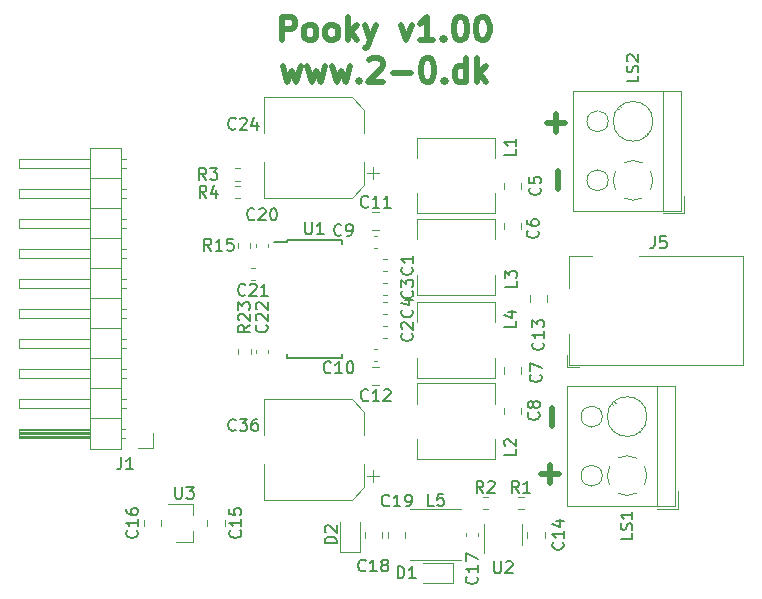
<source format=gbr>
%TF.GenerationSoftware,KiCad,Pcbnew,5.1.9-73d0e3b20d~88~ubuntu20.04.1*%
%TF.CreationDate,2021-06-05T19:46:01+02:00*%
%TF.ProjectId,pooky,706f6f6b-792e-46b6-9963-61645f706362,v1.00*%
%TF.SameCoordinates,Original*%
%TF.FileFunction,Legend,Top*%
%TF.FilePolarity,Positive*%
%FSLAX46Y46*%
G04 Gerber Fmt 4.6, Leading zero omitted, Abs format (unit mm)*
G04 Created by KiCad (PCBNEW 5.1.9-73d0e3b20d~88~ubuntu20.04.1) date 2021-06-05 19:46:01*
%MOMM*%
%LPD*%
G01*
G04 APERTURE LIST*
%ADD10C,0.500000*%
%ADD11C,0.120000*%
%ADD12C,0.150000*%
G04 APERTURE END LIST*
D10*
X189142857Y-110761904D02*
X189142857Y-109238095D01*
X188238095Y-114892857D02*
X189761904Y-114892857D01*
X189000000Y-115654761D02*
X189000000Y-114130952D01*
X188738095Y-85142857D02*
X190261904Y-85142857D01*
X189500000Y-85904761D02*
X189500000Y-84380952D01*
X189642857Y-90761904D02*
X189642857Y-89238095D01*
X166238095Y-78154761D02*
X166238095Y-76154761D01*
X167000000Y-76154761D01*
X167190476Y-76250000D01*
X167285714Y-76345238D01*
X167380952Y-76535714D01*
X167380952Y-76821428D01*
X167285714Y-77011904D01*
X167190476Y-77107142D01*
X167000000Y-77202380D01*
X166238095Y-77202380D01*
X168523809Y-78154761D02*
X168333333Y-78059523D01*
X168238095Y-77964285D01*
X168142857Y-77773809D01*
X168142857Y-77202380D01*
X168238095Y-77011904D01*
X168333333Y-76916666D01*
X168523809Y-76821428D01*
X168809523Y-76821428D01*
X169000000Y-76916666D01*
X169095238Y-77011904D01*
X169190476Y-77202380D01*
X169190476Y-77773809D01*
X169095238Y-77964285D01*
X169000000Y-78059523D01*
X168809523Y-78154761D01*
X168523809Y-78154761D01*
X170333333Y-78154761D02*
X170142857Y-78059523D01*
X170047619Y-77964285D01*
X169952380Y-77773809D01*
X169952380Y-77202380D01*
X170047619Y-77011904D01*
X170142857Y-76916666D01*
X170333333Y-76821428D01*
X170619047Y-76821428D01*
X170809523Y-76916666D01*
X170904761Y-77011904D01*
X171000000Y-77202380D01*
X171000000Y-77773809D01*
X170904761Y-77964285D01*
X170809523Y-78059523D01*
X170619047Y-78154761D01*
X170333333Y-78154761D01*
X171857142Y-78154761D02*
X171857142Y-76154761D01*
X172047619Y-77392857D02*
X172619047Y-78154761D01*
X172619047Y-76821428D02*
X171857142Y-77583333D01*
X173285714Y-76821428D02*
X173761904Y-78154761D01*
X174238095Y-76821428D02*
X173761904Y-78154761D01*
X173571428Y-78630952D01*
X173476190Y-78726190D01*
X173285714Y-78821428D01*
X176333333Y-76821428D02*
X176809523Y-78154761D01*
X177285714Y-76821428D01*
X179095238Y-78154761D02*
X177952380Y-78154761D01*
X178523809Y-78154761D02*
X178523809Y-76154761D01*
X178333333Y-76440476D01*
X178142857Y-76630952D01*
X177952380Y-76726190D01*
X179952380Y-77964285D02*
X180047619Y-78059523D01*
X179952380Y-78154761D01*
X179857142Y-78059523D01*
X179952380Y-77964285D01*
X179952380Y-78154761D01*
X181285714Y-76154761D02*
X181476190Y-76154761D01*
X181666666Y-76250000D01*
X181761904Y-76345238D01*
X181857142Y-76535714D01*
X181952380Y-76916666D01*
X181952380Y-77392857D01*
X181857142Y-77773809D01*
X181761904Y-77964285D01*
X181666666Y-78059523D01*
X181476190Y-78154761D01*
X181285714Y-78154761D01*
X181095238Y-78059523D01*
X181000000Y-77964285D01*
X180904761Y-77773809D01*
X180809523Y-77392857D01*
X180809523Y-76916666D01*
X180904761Y-76535714D01*
X181000000Y-76345238D01*
X181095238Y-76250000D01*
X181285714Y-76154761D01*
X183190476Y-76154761D02*
X183380952Y-76154761D01*
X183571428Y-76250000D01*
X183666666Y-76345238D01*
X183761904Y-76535714D01*
X183857142Y-76916666D01*
X183857142Y-77392857D01*
X183761904Y-77773809D01*
X183666666Y-77964285D01*
X183571428Y-78059523D01*
X183380952Y-78154761D01*
X183190476Y-78154761D01*
X183000000Y-78059523D01*
X182904761Y-77964285D01*
X182809523Y-77773809D01*
X182714285Y-77392857D01*
X182714285Y-76916666D01*
X182809523Y-76535714D01*
X182904761Y-76345238D01*
X183000000Y-76250000D01*
X183190476Y-76154761D01*
X166333333Y-80321428D02*
X166714285Y-81654761D01*
X167095238Y-80702380D01*
X167476190Y-81654761D01*
X167857142Y-80321428D01*
X168428571Y-80321428D02*
X168809523Y-81654761D01*
X169190476Y-80702380D01*
X169571428Y-81654761D01*
X169952380Y-80321428D01*
X170523809Y-80321428D02*
X170904761Y-81654761D01*
X171285714Y-80702380D01*
X171666666Y-81654761D01*
X172047619Y-80321428D01*
X172809523Y-81464285D02*
X172904761Y-81559523D01*
X172809523Y-81654761D01*
X172714285Y-81559523D01*
X172809523Y-81464285D01*
X172809523Y-81654761D01*
X173666666Y-79845238D02*
X173761904Y-79750000D01*
X173952380Y-79654761D01*
X174428571Y-79654761D01*
X174619047Y-79750000D01*
X174714285Y-79845238D01*
X174809523Y-80035714D01*
X174809523Y-80226190D01*
X174714285Y-80511904D01*
X173571428Y-81654761D01*
X174809523Y-81654761D01*
X175666666Y-80892857D02*
X177190476Y-80892857D01*
X178523809Y-79654761D02*
X178714285Y-79654761D01*
X178904761Y-79750000D01*
X179000000Y-79845238D01*
X179095238Y-80035714D01*
X179190476Y-80416666D01*
X179190476Y-80892857D01*
X179095238Y-81273809D01*
X179000000Y-81464285D01*
X178904761Y-81559523D01*
X178714285Y-81654761D01*
X178523809Y-81654761D01*
X178333333Y-81559523D01*
X178238095Y-81464285D01*
X178142857Y-81273809D01*
X178047619Y-80892857D01*
X178047619Y-80416666D01*
X178142857Y-80035714D01*
X178238095Y-79845238D01*
X178333333Y-79750000D01*
X178523809Y-79654761D01*
X180047619Y-81464285D02*
X180142857Y-81559523D01*
X180047619Y-81654761D01*
X179952380Y-81559523D01*
X180047619Y-81464285D01*
X180047619Y-81654761D01*
X181857142Y-81654761D02*
X181857142Y-79654761D01*
X181857142Y-81559523D02*
X181666666Y-81654761D01*
X181285714Y-81654761D01*
X181095238Y-81559523D01*
X181000000Y-81464285D01*
X180904761Y-81273809D01*
X180904761Y-80702380D01*
X181000000Y-80511904D01*
X181095238Y-80416666D01*
X181285714Y-80321428D01*
X181666666Y-80321428D01*
X181857142Y-80416666D01*
X182809523Y-81654761D02*
X182809523Y-79654761D01*
X183000000Y-80892857D02*
X183571428Y-81654761D01*
X183571428Y-80321428D02*
X182809523Y-81083333D01*
D11*
%TO.C,L5*%
X177146000Y-117846000D02*
X181454000Y-117846000D01*
X181454000Y-122154000D02*
X177146000Y-122154000D01*
%TO.C,C1*%
X174859420Y-97710000D02*
X175140580Y-97710000D01*
X174859420Y-96690000D02*
X175140580Y-96690000D01*
%TO.C,C2*%
X174859420Y-103310000D02*
X175140580Y-103310000D01*
X174859420Y-102290000D02*
X175140580Y-102290000D01*
%TO.C,C3*%
X174859420Y-98690000D02*
X175140580Y-98690000D01*
X174859420Y-99710000D02*
X175140580Y-99710000D01*
%TO.C,C4*%
X174859420Y-101310000D02*
X175140580Y-101310000D01*
X174859420Y-100290000D02*
X175140580Y-100290000D01*
%TO.C,C5*%
X186535000Y-90761252D02*
X186535000Y-90238748D01*
X185065000Y-90761252D02*
X185065000Y-90238748D01*
%TO.C,C6*%
X186535000Y-94161252D02*
X186535000Y-93638748D01*
X185065000Y-94161252D02*
X185065000Y-93638748D01*
%TO.C,C7*%
X185065000Y-106361252D02*
X185065000Y-105838748D01*
X186535000Y-106361252D02*
X186535000Y-105838748D01*
%TO.C,C8*%
X185065000Y-109761252D02*
X185065000Y-109238748D01*
X186535000Y-109761252D02*
X186535000Y-109238748D01*
%TO.C,C9*%
X174059420Y-94690000D02*
X174340580Y-94690000D01*
X174059420Y-95710000D02*
X174340580Y-95710000D01*
%TO.C,C10*%
X174059420Y-104290000D02*
X174340580Y-104290000D01*
X174059420Y-105310000D02*
X174340580Y-105310000D01*
%TO.C,C11*%
X173938748Y-92715000D02*
X174461252Y-92715000D01*
X173938748Y-94185000D02*
X174461252Y-94185000D01*
%TO.C,C12*%
X173938748Y-105815000D02*
X174461252Y-105815000D01*
X173938748Y-107285000D02*
X174461252Y-107285000D01*
%TO.C,C13*%
X188735000Y-99738748D02*
X188735000Y-100261252D01*
X187265000Y-99738748D02*
X187265000Y-100261252D01*
%TO.C,C14*%
X188535000Y-120261252D02*
X188535000Y-119738748D01*
X187065000Y-120261252D02*
X187065000Y-119738748D01*
%TO.C,C16*%
X156035000Y-119261252D02*
X156035000Y-118738748D01*
X154565000Y-119261252D02*
X154565000Y-118738748D01*
%TO.C,C17*%
X181890000Y-119859420D02*
X181890000Y-120140580D01*
X182910000Y-119859420D02*
X182910000Y-120140580D01*
%TO.C,C18*%
X173265000Y-119738748D02*
X173265000Y-120261252D01*
X174735000Y-119738748D02*
X174735000Y-120261252D01*
%TO.C,C19*%
X176735000Y-119738748D02*
X176735000Y-120261252D01*
X175265000Y-119738748D02*
X175265000Y-120261252D01*
%TO.C,C20*%
X164070000Y-95359420D02*
X164070000Y-95640580D01*
X165090000Y-95359420D02*
X165090000Y-95640580D01*
%TO.C,C21*%
X163679420Y-97380000D02*
X163960580Y-97380000D01*
X163679420Y-98400000D02*
X163960580Y-98400000D01*
%TO.C,C22*%
X164070000Y-104640580D02*
X164070000Y-104359420D01*
X165090000Y-104640580D02*
X165090000Y-104359420D01*
%TO.C,C24*%
X164740000Y-82940000D02*
X164740000Y-85990000D01*
X164740000Y-91460000D02*
X164740000Y-88410000D01*
X172195563Y-91460000D02*
X164740000Y-91460000D01*
X172195563Y-82940000D02*
X164740000Y-82940000D01*
X173260000Y-84004437D02*
X173260000Y-85990000D01*
X173260000Y-90395563D02*
X173260000Y-88410000D01*
X173260000Y-90395563D02*
X172195563Y-91460000D01*
X173260000Y-84004437D02*
X172195563Y-82940000D01*
X174500000Y-89410000D02*
X173500000Y-89410000D01*
X174000000Y-89910000D02*
X174000000Y-88910000D01*
%TO.C,C36*%
X174000000Y-115510000D02*
X174000000Y-114510000D01*
X174500000Y-115010000D02*
X173500000Y-115010000D01*
X173260000Y-109604437D02*
X172195563Y-108540000D01*
X173260000Y-115995563D02*
X172195563Y-117060000D01*
X173260000Y-115995563D02*
X173260000Y-114010000D01*
X173260000Y-109604437D02*
X173260000Y-111590000D01*
X172195563Y-108540000D02*
X164740000Y-108540000D01*
X172195563Y-117060000D02*
X164740000Y-117060000D01*
X164740000Y-117060000D02*
X164740000Y-114010000D01*
X164740000Y-108540000D02*
X164740000Y-111590000D01*
%TO.C,D1*%
X180800000Y-124100000D02*
X178250000Y-124100000D01*
X180800000Y-122400000D02*
X178250000Y-122400000D01*
X180800000Y-124100000D02*
X180800000Y-122400000D01*
%TO.C,D2*%
X171150000Y-121500000D02*
X172850000Y-121500000D01*
X172850000Y-121500000D02*
X172850000Y-118950000D01*
X171150000Y-121500000D02*
X171150000Y-118950000D01*
%TO.C,L1*%
X184300000Y-86400000D02*
X184300000Y-88100000D01*
X177700000Y-86400000D02*
X184300000Y-86400000D01*
X177700000Y-88100000D02*
X177700000Y-86400000D01*
X177700000Y-92800000D02*
X177700000Y-91100000D01*
X184300000Y-92800000D02*
X177700000Y-92800000D01*
X184300000Y-91100000D02*
X184300000Y-92800000D01*
%TO.C,L2*%
X184300000Y-111900000D02*
X184300000Y-113600000D01*
X184300000Y-113600000D02*
X177700000Y-113600000D01*
X177700000Y-113600000D02*
X177700000Y-111900000D01*
X177700000Y-108900000D02*
X177700000Y-107200000D01*
X177700000Y-107200000D02*
X184300000Y-107200000D01*
X184300000Y-107200000D02*
X184300000Y-108900000D01*
%TO.C,L3*%
X184300000Y-93300000D02*
X184300000Y-95000000D01*
X177700000Y-93300000D02*
X184300000Y-93300000D01*
X177700000Y-95000000D02*
X177700000Y-93300000D01*
X177700000Y-99700000D02*
X177700000Y-98000000D01*
X184300000Y-99700000D02*
X177700000Y-99700000D01*
X184300000Y-98000000D02*
X184300000Y-99700000D01*
%TO.C,L4*%
X184300000Y-105000000D02*
X184300000Y-106700000D01*
X184300000Y-106700000D02*
X177700000Y-106700000D01*
X177700000Y-106700000D02*
X177700000Y-105000000D01*
X177700000Y-102000000D02*
X177700000Y-100300000D01*
X177700000Y-100300000D02*
X184300000Y-100300000D01*
X184300000Y-100300000D02*
X184300000Y-102000000D01*
%TO.C,R1*%
X186262742Y-117822500D02*
X186737258Y-117822500D01*
X186262742Y-116777500D02*
X186737258Y-116777500D01*
%TO.C,R2*%
X183262742Y-116777500D02*
X183737258Y-116777500D01*
X183262742Y-117822500D02*
X183737258Y-117822500D01*
%TO.C,R15*%
X162557500Y-95737258D02*
X162557500Y-95262742D01*
X163602500Y-95737258D02*
X163602500Y-95262742D01*
%TO.C,R23*%
X163622500Y-104737258D02*
X163622500Y-104262742D01*
X162577500Y-104737258D02*
X162577500Y-104262742D01*
D12*
%TO.C,U1*%
X166675000Y-95025000D02*
X166675000Y-95250000D01*
X171325000Y-95025000D02*
X171325000Y-95350000D01*
X171325000Y-105025800D02*
X171325000Y-104700800D01*
X166675000Y-105025800D02*
X166675000Y-104700800D01*
X166675000Y-95025000D02*
X171325000Y-95025000D01*
X166675000Y-105025800D02*
X171325000Y-105025800D01*
X166675000Y-95250000D02*
X165600000Y-95250000D01*
D11*
%TO.C,U2*%
X186610000Y-120900000D02*
X186610000Y-119100000D01*
X183390000Y-119100000D02*
X183390000Y-121550000D01*
%TO.C,U3*%
X158760000Y-120580000D02*
X158760000Y-119650000D01*
X158760000Y-117420000D02*
X158760000Y-118350000D01*
X158760000Y-117420000D02*
X156600000Y-117420000D01*
X158760000Y-120580000D02*
X157300000Y-120580000D01*
%TO.C,J5*%
X190400000Y-104750000D02*
X190400000Y-105800000D01*
X191450000Y-105800000D02*
X190400000Y-105800000D01*
X196500000Y-96400000D02*
X205300000Y-96400000D01*
X205300000Y-96400000D02*
X205300000Y-105600000D01*
X190600000Y-99100000D02*
X190600000Y-96400000D01*
X190600000Y-96400000D02*
X192500000Y-96400000D01*
X205300000Y-105600000D02*
X190600000Y-105600000D01*
X190600000Y-105600000D02*
X190600000Y-103000000D01*
%TO.C,LS2*%
X193900000Y-90000000D02*
G75*
G03*
X193900000Y-90000000I-900000J0D01*
G01*
X197680000Y-85000000D02*
G75*
G03*
X197680000Y-85000000I-1680000J0D01*
G01*
X193900000Y-85000000D02*
G75*
G03*
X193900000Y-85000000I-900000J0D01*
G01*
X198500000Y-92560000D02*
X198500000Y-82440000D01*
X190940000Y-92560000D02*
X190940000Y-82440000D01*
X200060000Y-92560000D02*
X200060000Y-82440000D01*
X190940000Y-92560000D02*
X200060000Y-92560000D01*
X190940000Y-82440000D02*
X200060000Y-82440000D01*
X194931000Y-83725000D02*
X195024000Y-83819000D01*
X197216000Y-86010000D02*
X197274000Y-86069000D01*
X194725000Y-83930000D02*
X194784000Y-83989000D01*
X196976000Y-86180000D02*
X197069000Y-86274000D01*
X198560000Y-92800000D02*
X200300000Y-92800000D01*
X200300000Y-92800000D02*
X200300000Y-91300000D01*
X197680450Y-89970617D02*
G75*
G02*
X197484000Y-90789000I-1680450J-29383D01*
G01*
X196789088Y-91483953D02*
G75*
G02*
X195211000Y-91484000I-789088J1483953D01*
G01*
X194516047Y-90789088D02*
G75*
G02*
X194516000Y-89211000I1483953J789088D01*
G01*
X195210912Y-88516047D02*
G75*
G02*
X196789000Y-88516000I789088J-1483953D01*
G01*
X197483352Y-89211288D02*
G75*
G02*
X197680000Y-90000000I-1483352J-788712D01*
G01*
%TO.C,LS1*%
X199800000Y-117800000D02*
X199800000Y-116300000D01*
X198060000Y-117800000D02*
X199800000Y-117800000D01*
X196476000Y-111180000D02*
X196569000Y-111274000D01*
X194225000Y-108930000D02*
X194284000Y-108989000D01*
X196716000Y-111010000D02*
X196774000Y-111069000D01*
X194431000Y-108725000D02*
X194524000Y-108819000D01*
X190440000Y-107440000D02*
X199560000Y-107440000D01*
X190440000Y-117560000D02*
X199560000Y-117560000D01*
X199560000Y-117560000D02*
X199560000Y-107440000D01*
X190440000Y-117560000D02*
X190440000Y-107440000D01*
X198000000Y-117560000D02*
X198000000Y-107440000D01*
X193400000Y-110000000D02*
G75*
G03*
X193400000Y-110000000I-900000J0D01*
G01*
X197180000Y-110000000D02*
G75*
G03*
X197180000Y-110000000I-1680000J0D01*
G01*
X193400000Y-115000000D02*
G75*
G03*
X193400000Y-115000000I-900000J0D01*
G01*
X196983352Y-114211288D02*
G75*
G02*
X197180000Y-115000000I-1483352J-788712D01*
G01*
X194710912Y-113516047D02*
G75*
G02*
X196289000Y-113516000I789088J-1483953D01*
G01*
X194016047Y-115789088D02*
G75*
G02*
X194016000Y-114211000I1483953J789088D01*
G01*
X196289088Y-116483953D02*
G75*
G02*
X194711000Y-116484000I-789088J1483953D01*
G01*
X197180450Y-114970617D02*
G75*
G02*
X196984000Y-115789000I-1680450J-29383D01*
G01*
%TO.C,J1*%
X152660000Y-112760000D02*
X152660000Y-87240000D01*
X152660000Y-87240000D02*
X150000000Y-87240000D01*
X150000000Y-87240000D02*
X150000000Y-112760000D01*
X150000000Y-112760000D02*
X152660000Y-112760000D01*
X150000000Y-111810000D02*
X144000000Y-111810000D01*
X144000000Y-111810000D02*
X144000000Y-111050000D01*
X144000000Y-111050000D02*
X150000000Y-111050000D01*
X150000000Y-111750000D02*
X144000000Y-111750000D01*
X150000000Y-111630000D02*
X144000000Y-111630000D01*
X150000000Y-111510000D02*
X144000000Y-111510000D01*
X150000000Y-111390000D02*
X144000000Y-111390000D01*
X150000000Y-111270000D02*
X144000000Y-111270000D01*
X150000000Y-111150000D02*
X144000000Y-111150000D01*
X152990000Y-111810000D02*
X152660000Y-111810000D01*
X152990000Y-111050000D02*
X152660000Y-111050000D01*
X152660000Y-110160000D02*
X150000000Y-110160000D01*
X150000000Y-109270000D02*
X144000000Y-109270000D01*
X144000000Y-109270000D02*
X144000000Y-108510000D01*
X144000000Y-108510000D02*
X150000000Y-108510000D01*
X153057071Y-109270000D02*
X152660000Y-109270000D01*
X153057071Y-108510000D02*
X152660000Y-108510000D01*
X152660000Y-107620000D02*
X150000000Y-107620000D01*
X150000000Y-106730000D02*
X144000000Y-106730000D01*
X144000000Y-106730000D02*
X144000000Y-105970000D01*
X144000000Y-105970000D02*
X150000000Y-105970000D01*
X153057071Y-106730000D02*
X152660000Y-106730000D01*
X153057071Y-105970000D02*
X152660000Y-105970000D01*
X152660000Y-105080000D02*
X150000000Y-105080000D01*
X150000000Y-104190000D02*
X144000000Y-104190000D01*
X144000000Y-104190000D02*
X144000000Y-103430000D01*
X144000000Y-103430000D02*
X150000000Y-103430000D01*
X153057071Y-104190000D02*
X152660000Y-104190000D01*
X153057071Y-103430000D02*
X152660000Y-103430000D01*
X152660000Y-102540000D02*
X150000000Y-102540000D01*
X150000000Y-101650000D02*
X144000000Y-101650000D01*
X144000000Y-101650000D02*
X144000000Y-100890000D01*
X144000000Y-100890000D02*
X150000000Y-100890000D01*
X153057071Y-101650000D02*
X152660000Y-101650000D01*
X153057071Y-100890000D02*
X152660000Y-100890000D01*
X152660000Y-100000000D02*
X150000000Y-100000000D01*
X150000000Y-99110000D02*
X144000000Y-99110000D01*
X144000000Y-99110000D02*
X144000000Y-98350000D01*
X144000000Y-98350000D02*
X150000000Y-98350000D01*
X153057071Y-99110000D02*
X152660000Y-99110000D01*
X153057071Y-98350000D02*
X152660000Y-98350000D01*
X152660000Y-97460000D02*
X150000000Y-97460000D01*
X150000000Y-96570000D02*
X144000000Y-96570000D01*
X144000000Y-96570000D02*
X144000000Y-95810000D01*
X144000000Y-95810000D02*
X150000000Y-95810000D01*
X153057071Y-96570000D02*
X152660000Y-96570000D01*
X153057071Y-95810000D02*
X152660000Y-95810000D01*
X152660000Y-94920000D02*
X150000000Y-94920000D01*
X150000000Y-94030000D02*
X144000000Y-94030000D01*
X144000000Y-94030000D02*
X144000000Y-93270000D01*
X144000000Y-93270000D02*
X150000000Y-93270000D01*
X153057071Y-94030000D02*
X152660000Y-94030000D01*
X153057071Y-93270000D02*
X152660000Y-93270000D01*
X152660000Y-92380000D02*
X150000000Y-92380000D01*
X150000000Y-91490000D02*
X144000000Y-91490000D01*
X144000000Y-91490000D02*
X144000000Y-90730000D01*
X144000000Y-90730000D02*
X150000000Y-90730000D01*
X153057071Y-91490000D02*
X152660000Y-91490000D01*
X153057071Y-90730000D02*
X152660000Y-90730000D01*
X152660000Y-89840000D02*
X150000000Y-89840000D01*
X150000000Y-88950000D02*
X144000000Y-88950000D01*
X144000000Y-88950000D02*
X144000000Y-88190000D01*
X144000000Y-88190000D02*
X150000000Y-88190000D01*
X153057071Y-88950000D02*
X152660000Y-88950000D01*
X153057071Y-88190000D02*
X152660000Y-88190000D01*
X155370000Y-111430000D02*
X155370000Y-112700000D01*
X155370000Y-112700000D02*
X154100000Y-112700000D01*
%TO.C,R3*%
X162737258Y-90022500D02*
X162262742Y-90022500D01*
X162737258Y-88977500D02*
X162262742Y-88977500D01*
%TO.C,R4*%
X162262742Y-91522500D02*
X162737258Y-91522500D01*
X162262742Y-90477500D02*
X162737258Y-90477500D01*
%TO.C,C15*%
X159965000Y-118738748D02*
X159965000Y-119261252D01*
X161435000Y-118738748D02*
X161435000Y-119261252D01*
%TO.C,L5*%
D12*
X179133333Y-117552380D02*
X178657142Y-117552380D01*
X178657142Y-116552380D01*
X179942857Y-116552380D02*
X179466666Y-116552380D01*
X179419047Y-117028571D01*
X179466666Y-116980952D01*
X179561904Y-116933333D01*
X179800000Y-116933333D01*
X179895238Y-116980952D01*
X179942857Y-117028571D01*
X179990476Y-117123809D01*
X179990476Y-117361904D01*
X179942857Y-117457142D01*
X179895238Y-117504761D01*
X179800000Y-117552380D01*
X179561904Y-117552380D01*
X179466666Y-117504761D01*
X179419047Y-117457142D01*
%TO.C,C1*%
X177277142Y-97366666D02*
X177324761Y-97414285D01*
X177372380Y-97557142D01*
X177372380Y-97652380D01*
X177324761Y-97795238D01*
X177229523Y-97890476D01*
X177134285Y-97938095D01*
X176943809Y-97985714D01*
X176800952Y-97985714D01*
X176610476Y-97938095D01*
X176515238Y-97890476D01*
X176420000Y-97795238D01*
X176372380Y-97652380D01*
X176372380Y-97557142D01*
X176420000Y-97414285D01*
X176467619Y-97366666D01*
X177372380Y-96414285D02*
X177372380Y-96985714D01*
X177372380Y-96700000D02*
X176372380Y-96700000D01*
X176515238Y-96795238D01*
X176610476Y-96890476D01*
X176658095Y-96985714D01*
%TO.C,C2*%
X177257142Y-102966666D02*
X177304761Y-103014285D01*
X177352380Y-103157142D01*
X177352380Y-103252380D01*
X177304761Y-103395238D01*
X177209523Y-103490476D01*
X177114285Y-103538095D01*
X176923809Y-103585714D01*
X176780952Y-103585714D01*
X176590476Y-103538095D01*
X176495238Y-103490476D01*
X176400000Y-103395238D01*
X176352380Y-103252380D01*
X176352380Y-103157142D01*
X176400000Y-103014285D01*
X176447619Y-102966666D01*
X176447619Y-102585714D02*
X176400000Y-102538095D01*
X176352380Y-102442857D01*
X176352380Y-102204761D01*
X176400000Y-102109523D01*
X176447619Y-102061904D01*
X176542857Y-102014285D01*
X176638095Y-102014285D01*
X176780952Y-102061904D01*
X177352380Y-102633333D01*
X177352380Y-102014285D01*
%TO.C,C3*%
X177287142Y-99356666D02*
X177334761Y-99404285D01*
X177382380Y-99547142D01*
X177382380Y-99642380D01*
X177334761Y-99785238D01*
X177239523Y-99880476D01*
X177144285Y-99928095D01*
X176953809Y-99975714D01*
X176810952Y-99975714D01*
X176620476Y-99928095D01*
X176525238Y-99880476D01*
X176430000Y-99785238D01*
X176382380Y-99642380D01*
X176382380Y-99547142D01*
X176430000Y-99404285D01*
X176477619Y-99356666D01*
X176382380Y-99023333D02*
X176382380Y-98404285D01*
X176763333Y-98737619D01*
X176763333Y-98594761D01*
X176810952Y-98499523D01*
X176858571Y-98451904D01*
X176953809Y-98404285D01*
X177191904Y-98404285D01*
X177287142Y-98451904D01*
X177334761Y-98499523D01*
X177382380Y-98594761D01*
X177382380Y-98880476D01*
X177334761Y-98975714D01*
X177287142Y-99023333D01*
%TO.C,C4*%
X177267142Y-100966666D02*
X177314761Y-101014285D01*
X177362380Y-101157142D01*
X177362380Y-101252380D01*
X177314761Y-101395238D01*
X177219523Y-101490476D01*
X177124285Y-101538095D01*
X176933809Y-101585714D01*
X176790952Y-101585714D01*
X176600476Y-101538095D01*
X176505238Y-101490476D01*
X176410000Y-101395238D01*
X176362380Y-101252380D01*
X176362380Y-101157142D01*
X176410000Y-101014285D01*
X176457619Y-100966666D01*
X176695714Y-100109523D02*
X177362380Y-100109523D01*
X176314761Y-100347619D02*
X177029047Y-100585714D01*
X177029047Y-99966666D01*
%TO.C,C5*%
X188117142Y-90626666D02*
X188164761Y-90674285D01*
X188212380Y-90817142D01*
X188212380Y-90912380D01*
X188164761Y-91055238D01*
X188069523Y-91150476D01*
X187974285Y-91198095D01*
X187783809Y-91245714D01*
X187640952Y-91245714D01*
X187450476Y-91198095D01*
X187355238Y-91150476D01*
X187260000Y-91055238D01*
X187212380Y-90912380D01*
X187212380Y-90817142D01*
X187260000Y-90674285D01*
X187307619Y-90626666D01*
X187212380Y-89721904D02*
X187212380Y-90198095D01*
X187688571Y-90245714D01*
X187640952Y-90198095D01*
X187593333Y-90102857D01*
X187593333Y-89864761D01*
X187640952Y-89769523D01*
X187688571Y-89721904D01*
X187783809Y-89674285D01*
X188021904Y-89674285D01*
X188117142Y-89721904D01*
X188164761Y-89769523D01*
X188212380Y-89864761D01*
X188212380Y-90102857D01*
X188164761Y-90198095D01*
X188117142Y-90245714D01*
%TO.C,C6*%
X187917142Y-94246666D02*
X187964761Y-94294285D01*
X188012380Y-94437142D01*
X188012380Y-94532380D01*
X187964761Y-94675238D01*
X187869523Y-94770476D01*
X187774285Y-94818095D01*
X187583809Y-94865714D01*
X187440952Y-94865714D01*
X187250476Y-94818095D01*
X187155238Y-94770476D01*
X187060000Y-94675238D01*
X187012380Y-94532380D01*
X187012380Y-94437142D01*
X187060000Y-94294285D01*
X187107619Y-94246666D01*
X187012380Y-93389523D02*
X187012380Y-93580000D01*
X187060000Y-93675238D01*
X187107619Y-93722857D01*
X187250476Y-93818095D01*
X187440952Y-93865714D01*
X187821904Y-93865714D01*
X187917142Y-93818095D01*
X187964761Y-93770476D01*
X188012380Y-93675238D01*
X188012380Y-93484761D01*
X187964761Y-93389523D01*
X187917142Y-93341904D01*
X187821904Y-93294285D01*
X187583809Y-93294285D01*
X187488571Y-93341904D01*
X187440952Y-93389523D01*
X187393333Y-93484761D01*
X187393333Y-93675238D01*
X187440952Y-93770476D01*
X187488571Y-93818095D01*
X187583809Y-93865714D01*
%TO.C,C7*%
X188157142Y-106456666D02*
X188204761Y-106504285D01*
X188252380Y-106647142D01*
X188252380Y-106742380D01*
X188204761Y-106885238D01*
X188109523Y-106980476D01*
X188014285Y-107028095D01*
X187823809Y-107075714D01*
X187680952Y-107075714D01*
X187490476Y-107028095D01*
X187395238Y-106980476D01*
X187300000Y-106885238D01*
X187252380Y-106742380D01*
X187252380Y-106647142D01*
X187300000Y-106504285D01*
X187347619Y-106456666D01*
X187252380Y-106123333D02*
X187252380Y-105456666D01*
X188252380Y-105885238D01*
%TO.C,C8*%
X187987142Y-109646666D02*
X188034761Y-109694285D01*
X188082380Y-109837142D01*
X188082380Y-109932380D01*
X188034761Y-110075238D01*
X187939523Y-110170476D01*
X187844285Y-110218095D01*
X187653809Y-110265714D01*
X187510952Y-110265714D01*
X187320476Y-110218095D01*
X187225238Y-110170476D01*
X187130000Y-110075238D01*
X187082380Y-109932380D01*
X187082380Y-109837142D01*
X187130000Y-109694285D01*
X187177619Y-109646666D01*
X187510952Y-109075238D02*
X187463333Y-109170476D01*
X187415714Y-109218095D01*
X187320476Y-109265714D01*
X187272857Y-109265714D01*
X187177619Y-109218095D01*
X187130000Y-109170476D01*
X187082380Y-109075238D01*
X187082380Y-108884761D01*
X187130000Y-108789523D01*
X187177619Y-108741904D01*
X187272857Y-108694285D01*
X187320476Y-108694285D01*
X187415714Y-108741904D01*
X187463333Y-108789523D01*
X187510952Y-108884761D01*
X187510952Y-109075238D01*
X187558571Y-109170476D01*
X187606190Y-109218095D01*
X187701428Y-109265714D01*
X187891904Y-109265714D01*
X187987142Y-109218095D01*
X188034761Y-109170476D01*
X188082380Y-109075238D01*
X188082380Y-108884761D01*
X188034761Y-108789523D01*
X187987142Y-108741904D01*
X187891904Y-108694285D01*
X187701428Y-108694285D01*
X187606190Y-108741904D01*
X187558571Y-108789523D01*
X187510952Y-108884761D01*
%TO.C,C9*%
X171303333Y-94597142D02*
X171255714Y-94644761D01*
X171112857Y-94692380D01*
X171017619Y-94692380D01*
X170874761Y-94644761D01*
X170779523Y-94549523D01*
X170731904Y-94454285D01*
X170684285Y-94263809D01*
X170684285Y-94120952D01*
X170731904Y-93930476D01*
X170779523Y-93835238D01*
X170874761Y-93740000D01*
X171017619Y-93692380D01*
X171112857Y-93692380D01*
X171255714Y-93740000D01*
X171303333Y-93787619D01*
X171779523Y-94692380D02*
X171970000Y-94692380D01*
X172065238Y-94644761D01*
X172112857Y-94597142D01*
X172208095Y-94454285D01*
X172255714Y-94263809D01*
X172255714Y-93882857D01*
X172208095Y-93787619D01*
X172160476Y-93740000D01*
X172065238Y-93692380D01*
X171874761Y-93692380D01*
X171779523Y-93740000D01*
X171731904Y-93787619D01*
X171684285Y-93882857D01*
X171684285Y-94120952D01*
X171731904Y-94216190D01*
X171779523Y-94263809D01*
X171874761Y-94311428D01*
X172065238Y-94311428D01*
X172160476Y-94263809D01*
X172208095Y-94216190D01*
X172255714Y-94120952D01*
%TO.C,C10*%
X170417142Y-106237142D02*
X170369523Y-106284761D01*
X170226666Y-106332380D01*
X170131428Y-106332380D01*
X169988571Y-106284761D01*
X169893333Y-106189523D01*
X169845714Y-106094285D01*
X169798095Y-105903809D01*
X169798095Y-105760952D01*
X169845714Y-105570476D01*
X169893333Y-105475238D01*
X169988571Y-105380000D01*
X170131428Y-105332380D01*
X170226666Y-105332380D01*
X170369523Y-105380000D01*
X170417142Y-105427619D01*
X171369523Y-106332380D02*
X170798095Y-106332380D01*
X171083809Y-106332380D02*
X171083809Y-105332380D01*
X170988571Y-105475238D01*
X170893333Y-105570476D01*
X170798095Y-105618095D01*
X171988571Y-105332380D02*
X172083809Y-105332380D01*
X172179047Y-105380000D01*
X172226666Y-105427619D01*
X172274285Y-105522857D01*
X172321904Y-105713333D01*
X172321904Y-105951428D01*
X172274285Y-106141904D01*
X172226666Y-106237142D01*
X172179047Y-106284761D01*
X172083809Y-106332380D01*
X171988571Y-106332380D01*
X171893333Y-106284761D01*
X171845714Y-106237142D01*
X171798095Y-106141904D01*
X171750476Y-105951428D01*
X171750476Y-105713333D01*
X171798095Y-105522857D01*
X171845714Y-105427619D01*
X171893333Y-105380000D01*
X171988571Y-105332380D01*
%TO.C,C11*%
X173567142Y-92207142D02*
X173519523Y-92254761D01*
X173376666Y-92302380D01*
X173281428Y-92302380D01*
X173138571Y-92254761D01*
X173043333Y-92159523D01*
X172995714Y-92064285D01*
X172948095Y-91873809D01*
X172948095Y-91730952D01*
X172995714Y-91540476D01*
X173043333Y-91445238D01*
X173138571Y-91350000D01*
X173281428Y-91302380D01*
X173376666Y-91302380D01*
X173519523Y-91350000D01*
X173567142Y-91397619D01*
X174519523Y-92302380D02*
X173948095Y-92302380D01*
X174233809Y-92302380D02*
X174233809Y-91302380D01*
X174138571Y-91445238D01*
X174043333Y-91540476D01*
X173948095Y-91588095D01*
X175471904Y-92302380D02*
X174900476Y-92302380D01*
X175186190Y-92302380D02*
X175186190Y-91302380D01*
X175090952Y-91445238D01*
X174995714Y-91540476D01*
X174900476Y-91588095D01*
%TO.C,C12*%
X173567142Y-108597142D02*
X173519523Y-108644761D01*
X173376666Y-108692380D01*
X173281428Y-108692380D01*
X173138571Y-108644761D01*
X173043333Y-108549523D01*
X172995714Y-108454285D01*
X172948095Y-108263809D01*
X172948095Y-108120952D01*
X172995714Y-107930476D01*
X173043333Y-107835238D01*
X173138571Y-107740000D01*
X173281428Y-107692380D01*
X173376666Y-107692380D01*
X173519523Y-107740000D01*
X173567142Y-107787619D01*
X174519523Y-108692380D02*
X173948095Y-108692380D01*
X174233809Y-108692380D02*
X174233809Y-107692380D01*
X174138571Y-107835238D01*
X174043333Y-107930476D01*
X173948095Y-107978095D01*
X174900476Y-107787619D02*
X174948095Y-107740000D01*
X175043333Y-107692380D01*
X175281428Y-107692380D01*
X175376666Y-107740000D01*
X175424285Y-107787619D01*
X175471904Y-107882857D01*
X175471904Y-107978095D01*
X175424285Y-108120952D01*
X174852857Y-108692380D01*
X175471904Y-108692380D01*
%TO.C,C13*%
X188357142Y-103742857D02*
X188404761Y-103790476D01*
X188452380Y-103933333D01*
X188452380Y-104028571D01*
X188404761Y-104171428D01*
X188309523Y-104266666D01*
X188214285Y-104314285D01*
X188023809Y-104361904D01*
X187880952Y-104361904D01*
X187690476Y-104314285D01*
X187595238Y-104266666D01*
X187500000Y-104171428D01*
X187452380Y-104028571D01*
X187452380Y-103933333D01*
X187500000Y-103790476D01*
X187547619Y-103742857D01*
X188452380Y-102790476D02*
X188452380Y-103361904D01*
X188452380Y-103076190D02*
X187452380Y-103076190D01*
X187595238Y-103171428D01*
X187690476Y-103266666D01*
X187738095Y-103361904D01*
X187452380Y-102457142D02*
X187452380Y-101838095D01*
X187833333Y-102171428D01*
X187833333Y-102028571D01*
X187880952Y-101933333D01*
X187928571Y-101885714D01*
X188023809Y-101838095D01*
X188261904Y-101838095D01*
X188357142Y-101885714D01*
X188404761Y-101933333D01*
X188452380Y-102028571D01*
X188452380Y-102314285D01*
X188404761Y-102409523D01*
X188357142Y-102457142D01*
%TO.C,C14*%
X190057142Y-120642857D02*
X190104761Y-120690476D01*
X190152380Y-120833333D01*
X190152380Y-120928571D01*
X190104761Y-121071428D01*
X190009523Y-121166666D01*
X189914285Y-121214285D01*
X189723809Y-121261904D01*
X189580952Y-121261904D01*
X189390476Y-121214285D01*
X189295238Y-121166666D01*
X189200000Y-121071428D01*
X189152380Y-120928571D01*
X189152380Y-120833333D01*
X189200000Y-120690476D01*
X189247619Y-120642857D01*
X190152380Y-119690476D02*
X190152380Y-120261904D01*
X190152380Y-119976190D02*
X189152380Y-119976190D01*
X189295238Y-120071428D01*
X189390476Y-120166666D01*
X189438095Y-120261904D01*
X189485714Y-118833333D02*
X190152380Y-118833333D01*
X189104761Y-119071428D02*
X189819047Y-119309523D01*
X189819047Y-118690476D01*
%TO.C,C16*%
X153977142Y-119642857D02*
X154024761Y-119690476D01*
X154072380Y-119833333D01*
X154072380Y-119928571D01*
X154024761Y-120071428D01*
X153929523Y-120166666D01*
X153834285Y-120214285D01*
X153643809Y-120261904D01*
X153500952Y-120261904D01*
X153310476Y-120214285D01*
X153215238Y-120166666D01*
X153120000Y-120071428D01*
X153072380Y-119928571D01*
X153072380Y-119833333D01*
X153120000Y-119690476D01*
X153167619Y-119642857D01*
X154072380Y-118690476D02*
X154072380Y-119261904D01*
X154072380Y-118976190D02*
X153072380Y-118976190D01*
X153215238Y-119071428D01*
X153310476Y-119166666D01*
X153358095Y-119261904D01*
X153072380Y-117833333D02*
X153072380Y-118023809D01*
X153120000Y-118119047D01*
X153167619Y-118166666D01*
X153310476Y-118261904D01*
X153500952Y-118309523D01*
X153881904Y-118309523D01*
X153977142Y-118261904D01*
X154024761Y-118214285D01*
X154072380Y-118119047D01*
X154072380Y-117928571D01*
X154024761Y-117833333D01*
X153977142Y-117785714D01*
X153881904Y-117738095D01*
X153643809Y-117738095D01*
X153548571Y-117785714D01*
X153500952Y-117833333D01*
X153453333Y-117928571D01*
X153453333Y-118119047D01*
X153500952Y-118214285D01*
X153548571Y-118261904D01*
X153643809Y-118309523D01*
%TO.C,C17*%
X182757142Y-123542857D02*
X182804761Y-123590476D01*
X182852380Y-123733333D01*
X182852380Y-123828571D01*
X182804761Y-123971428D01*
X182709523Y-124066666D01*
X182614285Y-124114285D01*
X182423809Y-124161904D01*
X182280952Y-124161904D01*
X182090476Y-124114285D01*
X181995238Y-124066666D01*
X181900000Y-123971428D01*
X181852380Y-123828571D01*
X181852380Y-123733333D01*
X181900000Y-123590476D01*
X181947619Y-123542857D01*
X182852380Y-122590476D02*
X182852380Y-123161904D01*
X182852380Y-122876190D02*
X181852380Y-122876190D01*
X181995238Y-122971428D01*
X182090476Y-123066666D01*
X182138095Y-123161904D01*
X181852380Y-122257142D02*
X181852380Y-121590476D01*
X182852380Y-122019047D01*
%TO.C,C18*%
X173357142Y-123007142D02*
X173309523Y-123054761D01*
X173166666Y-123102380D01*
X173071428Y-123102380D01*
X172928571Y-123054761D01*
X172833333Y-122959523D01*
X172785714Y-122864285D01*
X172738095Y-122673809D01*
X172738095Y-122530952D01*
X172785714Y-122340476D01*
X172833333Y-122245238D01*
X172928571Y-122150000D01*
X173071428Y-122102380D01*
X173166666Y-122102380D01*
X173309523Y-122150000D01*
X173357142Y-122197619D01*
X174309523Y-123102380D02*
X173738095Y-123102380D01*
X174023809Y-123102380D02*
X174023809Y-122102380D01*
X173928571Y-122245238D01*
X173833333Y-122340476D01*
X173738095Y-122388095D01*
X174880952Y-122530952D02*
X174785714Y-122483333D01*
X174738095Y-122435714D01*
X174690476Y-122340476D01*
X174690476Y-122292857D01*
X174738095Y-122197619D01*
X174785714Y-122150000D01*
X174880952Y-122102380D01*
X175071428Y-122102380D01*
X175166666Y-122150000D01*
X175214285Y-122197619D01*
X175261904Y-122292857D01*
X175261904Y-122340476D01*
X175214285Y-122435714D01*
X175166666Y-122483333D01*
X175071428Y-122530952D01*
X174880952Y-122530952D01*
X174785714Y-122578571D01*
X174738095Y-122626190D01*
X174690476Y-122721428D01*
X174690476Y-122911904D01*
X174738095Y-123007142D01*
X174785714Y-123054761D01*
X174880952Y-123102380D01*
X175071428Y-123102380D01*
X175166666Y-123054761D01*
X175214285Y-123007142D01*
X175261904Y-122911904D01*
X175261904Y-122721428D01*
X175214285Y-122626190D01*
X175166666Y-122578571D01*
X175071428Y-122530952D01*
%TO.C,C19*%
X175357142Y-117507142D02*
X175309523Y-117554761D01*
X175166666Y-117602380D01*
X175071428Y-117602380D01*
X174928571Y-117554761D01*
X174833333Y-117459523D01*
X174785714Y-117364285D01*
X174738095Y-117173809D01*
X174738095Y-117030952D01*
X174785714Y-116840476D01*
X174833333Y-116745238D01*
X174928571Y-116650000D01*
X175071428Y-116602380D01*
X175166666Y-116602380D01*
X175309523Y-116650000D01*
X175357142Y-116697619D01*
X176309523Y-117602380D02*
X175738095Y-117602380D01*
X176023809Y-117602380D02*
X176023809Y-116602380D01*
X175928571Y-116745238D01*
X175833333Y-116840476D01*
X175738095Y-116888095D01*
X176785714Y-117602380D02*
X176976190Y-117602380D01*
X177071428Y-117554761D01*
X177119047Y-117507142D01*
X177214285Y-117364285D01*
X177261904Y-117173809D01*
X177261904Y-116792857D01*
X177214285Y-116697619D01*
X177166666Y-116650000D01*
X177071428Y-116602380D01*
X176880952Y-116602380D01*
X176785714Y-116650000D01*
X176738095Y-116697619D01*
X176690476Y-116792857D01*
X176690476Y-117030952D01*
X176738095Y-117126190D01*
X176785714Y-117173809D01*
X176880952Y-117221428D01*
X177071428Y-117221428D01*
X177166666Y-117173809D01*
X177214285Y-117126190D01*
X177261904Y-117030952D01*
%TO.C,C20*%
X163947142Y-93277142D02*
X163899523Y-93324761D01*
X163756666Y-93372380D01*
X163661428Y-93372380D01*
X163518571Y-93324761D01*
X163423333Y-93229523D01*
X163375714Y-93134285D01*
X163328095Y-92943809D01*
X163328095Y-92800952D01*
X163375714Y-92610476D01*
X163423333Y-92515238D01*
X163518571Y-92420000D01*
X163661428Y-92372380D01*
X163756666Y-92372380D01*
X163899523Y-92420000D01*
X163947142Y-92467619D01*
X164328095Y-92467619D02*
X164375714Y-92420000D01*
X164470952Y-92372380D01*
X164709047Y-92372380D01*
X164804285Y-92420000D01*
X164851904Y-92467619D01*
X164899523Y-92562857D01*
X164899523Y-92658095D01*
X164851904Y-92800952D01*
X164280476Y-93372380D01*
X164899523Y-93372380D01*
X165518571Y-92372380D02*
X165613809Y-92372380D01*
X165709047Y-92420000D01*
X165756666Y-92467619D01*
X165804285Y-92562857D01*
X165851904Y-92753333D01*
X165851904Y-92991428D01*
X165804285Y-93181904D01*
X165756666Y-93277142D01*
X165709047Y-93324761D01*
X165613809Y-93372380D01*
X165518571Y-93372380D01*
X165423333Y-93324761D01*
X165375714Y-93277142D01*
X165328095Y-93181904D01*
X165280476Y-92991428D01*
X165280476Y-92753333D01*
X165328095Y-92562857D01*
X165375714Y-92467619D01*
X165423333Y-92420000D01*
X165518571Y-92372380D01*
%TO.C,C21*%
X163177142Y-99667142D02*
X163129523Y-99714761D01*
X162986666Y-99762380D01*
X162891428Y-99762380D01*
X162748571Y-99714761D01*
X162653333Y-99619523D01*
X162605714Y-99524285D01*
X162558095Y-99333809D01*
X162558095Y-99190952D01*
X162605714Y-99000476D01*
X162653333Y-98905238D01*
X162748571Y-98810000D01*
X162891428Y-98762380D01*
X162986666Y-98762380D01*
X163129523Y-98810000D01*
X163177142Y-98857619D01*
X163558095Y-98857619D02*
X163605714Y-98810000D01*
X163700952Y-98762380D01*
X163939047Y-98762380D01*
X164034285Y-98810000D01*
X164081904Y-98857619D01*
X164129523Y-98952857D01*
X164129523Y-99048095D01*
X164081904Y-99190952D01*
X163510476Y-99762380D01*
X164129523Y-99762380D01*
X165081904Y-99762380D02*
X164510476Y-99762380D01*
X164796190Y-99762380D02*
X164796190Y-98762380D01*
X164700952Y-98905238D01*
X164605714Y-99000476D01*
X164510476Y-99048095D01*
%TO.C,C22*%
X164957142Y-102242857D02*
X165004761Y-102290476D01*
X165052380Y-102433333D01*
X165052380Y-102528571D01*
X165004761Y-102671428D01*
X164909523Y-102766666D01*
X164814285Y-102814285D01*
X164623809Y-102861904D01*
X164480952Y-102861904D01*
X164290476Y-102814285D01*
X164195238Y-102766666D01*
X164100000Y-102671428D01*
X164052380Y-102528571D01*
X164052380Y-102433333D01*
X164100000Y-102290476D01*
X164147619Y-102242857D01*
X164147619Y-101861904D02*
X164100000Y-101814285D01*
X164052380Y-101719047D01*
X164052380Y-101480952D01*
X164100000Y-101385714D01*
X164147619Y-101338095D01*
X164242857Y-101290476D01*
X164338095Y-101290476D01*
X164480952Y-101338095D01*
X165052380Y-101909523D01*
X165052380Y-101290476D01*
X164147619Y-100909523D02*
X164100000Y-100861904D01*
X164052380Y-100766666D01*
X164052380Y-100528571D01*
X164100000Y-100433333D01*
X164147619Y-100385714D01*
X164242857Y-100338095D01*
X164338095Y-100338095D01*
X164480952Y-100385714D01*
X165052380Y-100957142D01*
X165052380Y-100338095D01*
%TO.C,C24*%
X162357142Y-85607142D02*
X162309523Y-85654761D01*
X162166666Y-85702380D01*
X162071428Y-85702380D01*
X161928571Y-85654761D01*
X161833333Y-85559523D01*
X161785714Y-85464285D01*
X161738095Y-85273809D01*
X161738095Y-85130952D01*
X161785714Y-84940476D01*
X161833333Y-84845238D01*
X161928571Y-84750000D01*
X162071428Y-84702380D01*
X162166666Y-84702380D01*
X162309523Y-84750000D01*
X162357142Y-84797619D01*
X162738095Y-84797619D02*
X162785714Y-84750000D01*
X162880952Y-84702380D01*
X163119047Y-84702380D01*
X163214285Y-84750000D01*
X163261904Y-84797619D01*
X163309523Y-84892857D01*
X163309523Y-84988095D01*
X163261904Y-85130952D01*
X162690476Y-85702380D01*
X163309523Y-85702380D01*
X164166666Y-85035714D02*
X164166666Y-85702380D01*
X163928571Y-84654761D02*
X163690476Y-85369047D01*
X164309523Y-85369047D01*
%TO.C,C36*%
X162357142Y-111107142D02*
X162309523Y-111154761D01*
X162166666Y-111202380D01*
X162071428Y-111202380D01*
X161928571Y-111154761D01*
X161833333Y-111059523D01*
X161785714Y-110964285D01*
X161738095Y-110773809D01*
X161738095Y-110630952D01*
X161785714Y-110440476D01*
X161833333Y-110345238D01*
X161928571Y-110250000D01*
X162071428Y-110202380D01*
X162166666Y-110202380D01*
X162309523Y-110250000D01*
X162357142Y-110297619D01*
X162690476Y-110202380D02*
X163309523Y-110202380D01*
X162976190Y-110583333D01*
X163119047Y-110583333D01*
X163214285Y-110630952D01*
X163261904Y-110678571D01*
X163309523Y-110773809D01*
X163309523Y-111011904D01*
X163261904Y-111107142D01*
X163214285Y-111154761D01*
X163119047Y-111202380D01*
X162833333Y-111202380D01*
X162738095Y-111154761D01*
X162690476Y-111107142D01*
X164166666Y-110202380D02*
X163976190Y-110202380D01*
X163880952Y-110250000D01*
X163833333Y-110297619D01*
X163738095Y-110440476D01*
X163690476Y-110630952D01*
X163690476Y-111011904D01*
X163738095Y-111107142D01*
X163785714Y-111154761D01*
X163880952Y-111202380D01*
X164071428Y-111202380D01*
X164166666Y-111154761D01*
X164214285Y-111107142D01*
X164261904Y-111011904D01*
X164261904Y-110773809D01*
X164214285Y-110678571D01*
X164166666Y-110630952D01*
X164071428Y-110583333D01*
X163880952Y-110583333D01*
X163785714Y-110630952D01*
X163738095Y-110678571D01*
X163690476Y-110773809D01*
%TO.C,D1*%
X176061904Y-123692380D02*
X176061904Y-122692380D01*
X176300000Y-122692380D01*
X176442857Y-122740000D01*
X176538095Y-122835238D01*
X176585714Y-122930476D01*
X176633333Y-123120952D01*
X176633333Y-123263809D01*
X176585714Y-123454285D01*
X176538095Y-123549523D01*
X176442857Y-123644761D01*
X176300000Y-123692380D01*
X176061904Y-123692380D01*
X177585714Y-123692380D02*
X177014285Y-123692380D01*
X177300000Y-123692380D02*
X177300000Y-122692380D01*
X177204761Y-122835238D01*
X177109523Y-122930476D01*
X177014285Y-122978095D01*
%TO.C,D2*%
X170902380Y-120738095D02*
X169902380Y-120738095D01*
X169902380Y-120500000D01*
X169950000Y-120357142D01*
X170045238Y-120261904D01*
X170140476Y-120214285D01*
X170330952Y-120166666D01*
X170473809Y-120166666D01*
X170664285Y-120214285D01*
X170759523Y-120261904D01*
X170854761Y-120357142D01*
X170902380Y-120500000D01*
X170902380Y-120738095D01*
X169997619Y-119785714D02*
X169950000Y-119738095D01*
X169902380Y-119642857D01*
X169902380Y-119404761D01*
X169950000Y-119309523D01*
X169997619Y-119261904D01*
X170092857Y-119214285D01*
X170188095Y-119214285D01*
X170330952Y-119261904D01*
X170902380Y-119833333D01*
X170902380Y-119214285D01*
%TO.C,L1*%
X186102380Y-87366666D02*
X186102380Y-87842857D01*
X185102380Y-87842857D01*
X186102380Y-86509523D02*
X186102380Y-87080952D01*
X186102380Y-86795238D02*
X185102380Y-86795238D01*
X185245238Y-86890476D01*
X185340476Y-86985714D01*
X185388095Y-87080952D01*
%TO.C,L2*%
X186102380Y-112766666D02*
X186102380Y-113242857D01*
X185102380Y-113242857D01*
X185197619Y-112480952D02*
X185150000Y-112433333D01*
X185102380Y-112338095D01*
X185102380Y-112100000D01*
X185150000Y-112004761D01*
X185197619Y-111957142D01*
X185292857Y-111909523D01*
X185388095Y-111909523D01*
X185530952Y-111957142D01*
X186102380Y-112528571D01*
X186102380Y-111909523D01*
%TO.C,L3*%
X186152380Y-98516666D02*
X186152380Y-98992857D01*
X185152380Y-98992857D01*
X185152380Y-98278571D02*
X185152380Y-97659523D01*
X185533333Y-97992857D01*
X185533333Y-97850000D01*
X185580952Y-97754761D01*
X185628571Y-97707142D01*
X185723809Y-97659523D01*
X185961904Y-97659523D01*
X186057142Y-97707142D01*
X186104761Y-97754761D01*
X186152380Y-97850000D01*
X186152380Y-98135714D01*
X186104761Y-98230952D01*
X186057142Y-98278571D01*
%TO.C,L4*%
X186102380Y-101916666D02*
X186102380Y-102392857D01*
X185102380Y-102392857D01*
X185435714Y-101154761D02*
X186102380Y-101154761D01*
X185054761Y-101392857D02*
X185769047Y-101630952D01*
X185769047Y-101011904D01*
%TO.C,R1*%
X186333333Y-116452380D02*
X186000000Y-115976190D01*
X185761904Y-116452380D02*
X185761904Y-115452380D01*
X186142857Y-115452380D01*
X186238095Y-115500000D01*
X186285714Y-115547619D01*
X186333333Y-115642857D01*
X186333333Y-115785714D01*
X186285714Y-115880952D01*
X186238095Y-115928571D01*
X186142857Y-115976190D01*
X185761904Y-115976190D01*
X187285714Y-116452380D02*
X186714285Y-116452380D01*
X187000000Y-116452380D02*
X187000000Y-115452380D01*
X186904761Y-115595238D01*
X186809523Y-115690476D01*
X186714285Y-115738095D01*
%TO.C,R2*%
X183333333Y-116452380D02*
X183000000Y-115976190D01*
X182761904Y-116452380D02*
X182761904Y-115452380D01*
X183142857Y-115452380D01*
X183238095Y-115500000D01*
X183285714Y-115547619D01*
X183333333Y-115642857D01*
X183333333Y-115785714D01*
X183285714Y-115880952D01*
X183238095Y-115928571D01*
X183142857Y-115976190D01*
X182761904Y-115976190D01*
X183714285Y-115547619D02*
X183761904Y-115500000D01*
X183857142Y-115452380D01*
X184095238Y-115452380D01*
X184190476Y-115500000D01*
X184238095Y-115547619D01*
X184285714Y-115642857D01*
X184285714Y-115738095D01*
X184238095Y-115880952D01*
X183666666Y-116452380D01*
X184285714Y-116452380D01*
%TO.C,R15*%
X160277142Y-95952380D02*
X159943809Y-95476190D01*
X159705714Y-95952380D02*
X159705714Y-94952380D01*
X160086666Y-94952380D01*
X160181904Y-95000000D01*
X160229523Y-95047619D01*
X160277142Y-95142857D01*
X160277142Y-95285714D01*
X160229523Y-95380952D01*
X160181904Y-95428571D01*
X160086666Y-95476190D01*
X159705714Y-95476190D01*
X161229523Y-95952380D02*
X160658095Y-95952380D01*
X160943809Y-95952380D02*
X160943809Y-94952380D01*
X160848571Y-95095238D01*
X160753333Y-95190476D01*
X160658095Y-95238095D01*
X162134285Y-94952380D02*
X161658095Y-94952380D01*
X161610476Y-95428571D01*
X161658095Y-95380952D01*
X161753333Y-95333333D01*
X161991428Y-95333333D01*
X162086666Y-95380952D01*
X162134285Y-95428571D01*
X162181904Y-95523809D01*
X162181904Y-95761904D01*
X162134285Y-95857142D01*
X162086666Y-95904761D01*
X161991428Y-95952380D01*
X161753333Y-95952380D01*
X161658095Y-95904761D01*
X161610476Y-95857142D01*
%TO.C,R23*%
X163552380Y-102242857D02*
X163076190Y-102576190D01*
X163552380Y-102814285D02*
X162552380Y-102814285D01*
X162552380Y-102433333D01*
X162600000Y-102338095D01*
X162647619Y-102290476D01*
X162742857Y-102242857D01*
X162885714Y-102242857D01*
X162980952Y-102290476D01*
X163028571Y-102338095D01*
X163076190Y-102433333D01*
X163076190Y-102814285D01*
X162647619Y-101861904D02*
X162600000Y-101814285D01*
X162552380Y-101719047D01*
X162552380Y-101480952D01*
X162600000Y-101385714D01*
X162647619Y-101338095D01*
X162742857Y-101290476D01*
X162838095Y-101290476D01*
X162980952Y-101338095D01*
X163552380Y-101909523D01*
X163552380Y-101290476D01*
X162552380Y-100957142D02*
X162552380Y-100338095D01*
X162933333Y-100671428D01*
X162933333Y-100528571D01*
X162980952Y-100433333D01*
X163028571Y-100385714D01*
X163123809Y-100338095D01*
X163361904Y-100338095D01*
X163457142Y-100385714D01*
X163504761Y-100433333D01*
X163552380Y-100528571D01*
X163552380Y-100814285D01*
X163504761Y-100909523D01*
X163457142Y-100957142D01*
%TO.C,U1*%
X168238095Y-93552380D02*
X168238095Y-94361904D01*
X168285714Y-94457142D01*
X168333333Y-94504761D01*
X168428571Y-94552380D01*
X168619047Y-94552380D01*
X168714285Y-94504761D01*
X168761904Y-94457142D01*
X168809523Y-94361904D01*
X168809523Y-93552380D01*
X169809523Y-94552380D02*
X169238095Y-94552380D01*
X169523809Y-94552380D02*
X169523809Y-93552380D01*
X169428571Y-93695238D01*
X169333333Y-93790476D01*
X169238095Y-93838095D01*
%TO.C,U2*%
X184238095Y-122252380D02*
X184238095Y-123061904D01*
X184285714Y-123157142D01*
X184333333Y-123204761D01*
X184428571Y-123252380D01*
X184619047Y-123252380D01*
X184714285Y-123204761D01*
X184761904Y-123157142D01*
X184809523Y-123061904D01*
X184809523Y-122252380D01*
X185238095Y-122347619D02*
X185285714Y-122300000D01*
X185380952Y-122252380D01*
X185619047Y-122252380D01*
X185714285Y-122300000D01*
X185761904Y-122347619D01*
X185809523Y-122442857D01*
X185809523Y-122538095D01*
X185761904Y-122680952D01*
X185190476Y-123252380D01*
X185809523Y-123252380D01*
%TO.C,U3*%
X157238095Y-115952380D02*
X157238095Y-116761904D01*
X157285714Y-116857142D01*
X157333333Y-116904761D01*
X157428571Y-116952380D01*
X157619047Y-116952380D01*
X157714285Y-116904761D01*
X157761904Y-116857142D01*
X157809523Y-116761904D01*
X157809523Y-115952380D01*
X158190476Y-115952380D02*
X158809523Y-115952380D01*
X158476190Y-116333333D01*
X158619047Y-116333333D01*
X158714285Y-116380952D01*
X158761904Y-116428571D01*
X158809523Y-116523809D01*
X158809523Y-116761904D01*
X158761904Y-116857142D01*
X158714285Y-116904761D01*
X158619047Y-116952380D01*
X158333333Y-116952380D01*
X158238095Y-116904761D01*
X158190476Y-116857142D01*
%TO.C,J5*%
X197836666Y-94742380D02*
X197836666Y-95456666D01*
X197789047Y-95599523D01*
X197693809Y-95694761D01*
X197550952Y-95742380D01*
X197455714Y-95742380D01*
X198789047Y-94742380D02*
X198312857Y-94742380D01*
X198265238Y-95218571D01*
X198312857Y-95170952D01*
X198408095Y-95123333D01*
X198646190Y-95123333D01*
X198741428Y-95170952D01*
X198789047Y-95218571D01*
X198836666Y-95313809D01*
X198836666Y-95551904D01*
X198789047Y-95647142D01*
X198741428Y-95694761D01*
X198646190Y-95742380D01*
X198408095Y-95742380D01*
X198312857Y-95694761D01*
X198265238Y-95647142D01*
%TO.C,LS2*%
X196452380Y-81142857D02*
X196452380Y-81619047D01*
X195452380Y-81619047D01*
X196404761Y-80857142D02*
X196452380Y-80714285D01*
X196452380Y-80476190D01*
X196404761Y-80380952D01*
X196357142Y-80333333D01*
X196261904Y-80285714D01*
X196166666Y-80285714D01*
X196071428Y-80333333D01*
X196023809Y-80380952D01*
X195976190Y-80476190D01*
X195928571Y-80666666D01*
X195880952Y-80761904D01*
X195833333Y-80809523D01*
X195738095Y-80857142D01*
X195642857Y-80857142D01*
X195547619Y-80809523D01*
X195500000Y-80761904D01*
X195452380Y-80666666D01*
X195452380Y-80428571D01*
X195500000Y-80285714D01*
X195547619Y-79904761D02*
X195500000Y-79857142D01*
X195452380Y-79761904D01*
X195452380Y-79523809D01*
X195500000Y-79428571D01*
X195547619Y-79380952D01*
X195642857Y-79333333D01*
X195738095Y-79333333D01*
X195880952Y-79380952D01*
X196452380Y-79952380D01*
X196452380Y-79333333D01*
%TO.C,LS1*%
X195952380Y-119892857D02*
X195952380Y-120369047D01*
X194952380Y-120369047D01*
X195904761Y-119607142D02*
X195952380Y-119464285D01*
X195952380Y-119226190D01*
X195904761Y-119130952D01*
X195857142Y-119083333D01*
X195761904Y-119035714D01*
X195666666Y-119035714D01*
X195571428Y-119083333D01*
X195523809Y-119130952D01*
X195476190Y-119226190D01*
X195428571Y-119416666D01*
X195380952Y-119511904D01*
X195333333Y-119559523D01*
X195238095Y-119607142D01*
X195142857Y-119607142D01*
X195047619Y-119559523D01*
X195000000Y-119511904D01*
X194952380Y-119416666D01*
X194952380Y-119178571D01*
X195000000Y-119035714D01*
X195952380Y-118083333D02*
X195952380Y-118654761D01*
X195952380Y-118369047D02*
X194952380Y-118369047D01*
X195095238Y-118464285D01*
X195190476Y-118559523D01*
X195238095Y-118654761D01*
%TO.C,J1*%
X152666666Y-113452380D02*
X152666666Y-114166666D01*
X152619047Y-114309523D01*
X152523809Y-114404761D01*
X152380952Y-114452380D01*
X152285714Y-114452380D01*
X153666666Y-114452380D02*
X153095238Y-114452380D01*
X153380952Y-114452380D02*
X153380952Y-113452380D01*
X153285714Y-113595238D01*
X153190476Y-113690476D01*
X153095238Y-113738095D01*
%TO.C,R3*%
X159863333Y-89952380D02*
X159530000Y-89476190D01*
X159291904Y-89952380D02*
X159291904Y-88952380D01*
X159672857Y-88952380D01*
X159768095Y-89000000D01*
X159815714Y-89047619D01*
X159863333Y-89142857D01*
X159863333Y-89285714D01*
X159815714Y-89380952D01*
X159768095Y-89428571D01*
X159672857Y-89476190D01*
X159291904Y-89476190D01*
X160196666Y-88952380D02*
X160815714Y-88952380D01*
X160482380Y-89333333D01*
X160625238Y-89333333D01*
X160720476Y-89380952D01*
X160768095Y-89428571D01*
X160815714Y-89523809D01*
X160815714Y-89761904D01*
X160768095Y-89857142D01*
X160720476Y-89904761D01*
X160625238Y-89952380D01*
X160339523Y-89952380D01*
X160244285Y-89904761D01*
X160196666Y-89857142D01*
%TO.C,R4*%
X159873333Y-91452380D02*
X159540000Y-90976190D01*
X159301904Y-91452380D02*
X159301904Y-90452380D01*
X159682857Y-90452380D01*
X159778095Y-90500000D01*
X159825714Y-90547619D01*
X159873333Y-90642857D01*
X159873333Y-90785714D01*
X159825714Y-90880952D01*
X159778095Y-90928571D01*
X159682857Y-90976190D01*
X159301904Y-90976190D01*
X160730476Y-90785714D02*
X160730476Y-91452380D01*
X160492380Y-90404761D02*
X160254285Y-91119047D01*
X160873333Y-91119047D01*
%TO.C,C15*%
X162737142Y-119642857D02*
X162784761Y-119690476D01*
X162832380Y-119833333D01*
X162832380Y-119928571D01*
X162784761Y-120071428D01*
X162689523Y-120166666D01*
X162594285Y-120214285D01*
X162403809Y-120261904D01*
X162260952Y-120261904D01*
X162070476Y-120214285D01*
X161975238Y-120166666D01*
X161880000Y-120071428D01*
X161832380Y-119928571D01*
X161832380Y-119833333D01*
X161880000Y-119690476D01*
X161927619Y-119642857D01*
X162832380Y-118690476D02*
X162832380Y-119261904D01*
X162832380Y-118976190D02*
X161832380Y-118976190D01*
X161975238Y-119071428D01*
X162070476Y-119166666D01*
X162118095Y-119261904D01*
X161832380Y-117785714D02*
X161832380Y-118261904D01*
X162308571Y-118309523D01*
X162260952Y-118261904D01*
X162213333Y-118166666D01*
X162213333Y-117928571D01*
X162260952Y-117833333D01*
X162308571Y-117785714D01*
X162403809Y-117738095D01*
X162641904Y-117738095D01*
X162737142Y-117785714D01*
X162784761Y-117833333D01*
X162832380Y-117928571D01*
X162832380Y-118166666D01*
X162784761Y-118261904D01*
X162737142Y-118309523D01*
%TD*%
M02*

</source>
